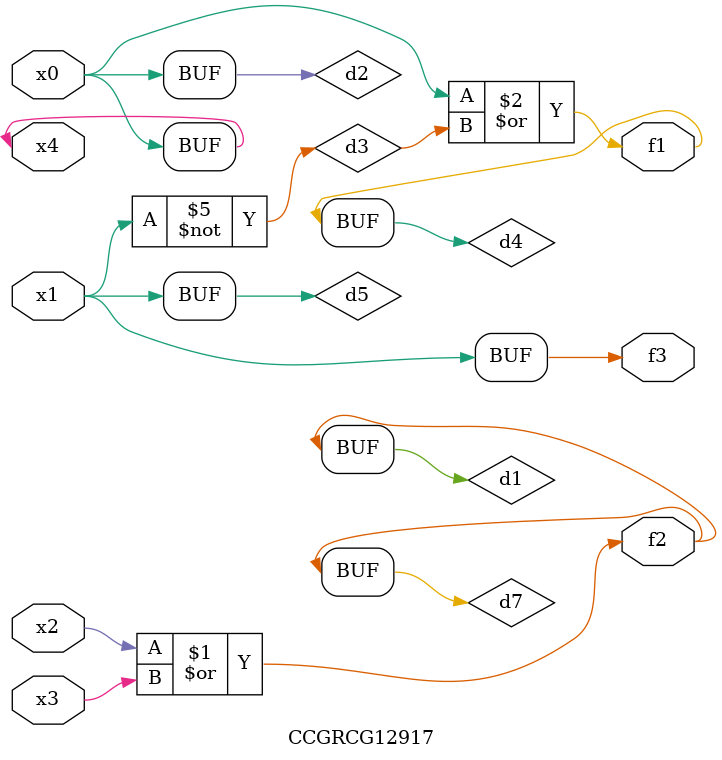
<source format=v>
module CCGRCG12917(
	input x0, x1, x2, x3, x4,
	output f1, f2, f3
);

	wire d1, d2, d3, d4, d5, d6, d7;

	or (d1, x2, x3);
	buf (d2, x0, x4);
	not (d3, x1);
	or (d4, d2, d3);
	not (d5, d3);
	nand (d6, d1, d3);
	or (d7, d1);
	assign f1 = d4;
	assign f2 = d7;
	assign f3 = d5;
endmodule

</source>
